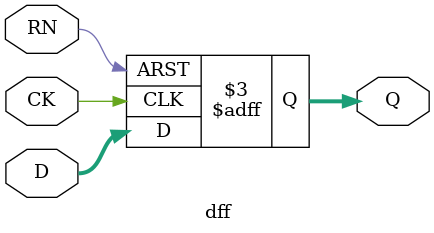
<source format=v>
module dff ( D, Q, CK, RN );
	
	parameter n=4;
	input   [n-1:0] D;
	input   CK , RN ;
	output  [n-1:0] Q;
	reg 	[n-1:0] Q;
	
	always @( posedge CK or negedge RN )
		if (!RN) Q <= #1 0;
		else	 Q <= #1 D;

endmodule

</source>
